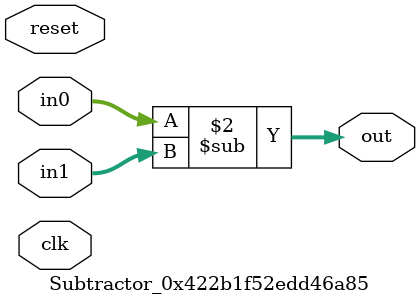
<source format=v>
`default_nettype none
module GcdUnit
(
  input  wire [   0:0] clk,
  input  wire [  31:0] req_msg,
  output wire [   0:0] req_rdy,
  input  wire [   0:0] req_val,
  input  wire [   0:0] reset,
  output wire [  15:0] resp_msg,
  input  wire [   0:0] resp_rdy,
  output wire [   0:0] resp_val
);

  // ctrl temporaries
  wire   [   0:0] ctrl$is_b_zero;
  wire   [   0:0] ctrl$resp_rdy;
  wire   [   0:0] ctrl$clk;
  wire   [   0:0] ctrl$is_a_lt_b;
  wire   [   0:0] ctrl$req_val;
  wire   [   0:0] ctrl$reset;
  wire   [   1:0] ctrl$a_mux_sel;
  wire   [   0:0] ctrl$resp_val;
  wire   [   0:0] ctrl$b_mux_sel;
  wire   [   0:0] ctrl$b_reg_en;
  wire   [   0:0] ctrl$a_reg_en;
  wire   [   0:0] ctrl$req_rdy;

  GcdUnitCtrlRTL_0x29124399ca008c5e ctrl
  (
    .is_b_zero ( ctrl$is_b_zero ),
    .resp_rdy  ( ctrl$resp_rdy ),
    .clk       ( ctrl$clk ),
    .is_a_lt_b ( ctrl$is_a_lt_b ),
    .req_val   ( ctrl$req_val ),
    .reset     ( ctrl$reset ),
    .a_mux_sel ( ctrl$a_mux_sel ),
    .resp_val  ( ctrl$resp_val ),
    .b_mux_sel ( ctrl$b_mux_sel ),
    .b_reg_en  ( ctrl$b_reg_en ),
    .a_reg_en  ( ctrl$a_reg_en ),
    .req_rdy   ( ctrl$req_rdy )
  );

  // dpath temporaries
  wire   [   1:0] dpath$a_mux_sel;
  wire   [   0:0] dpath$clk;
  wire   [  15:0] dpath$req_msg_b;
  wire   [  15:0] dpath$req_msg_a;
  wire   [   0:0] dpath$b_mux_sel;
  wire   [   0:0] dpath$reset;
  wire   [   0:0] dpath$b_reg_en;
  wire   [   0:0] dpath$a_reg_en;
  wire   [   0:0] dpath$is_b_zero;
  wire   [  15:0] dpath$resp_msg;
  wire   [   0:0] dpath$is_a_lt_b;

  GcdUnitDpathRTL_0x29124399ca008c5e dpath
  (
    .a_mux_sel ( dpath$a_mux_sel ),
    .clk       ( dpath$clk ),
    .req_msg_b ( dpath$req_msg_b ),
    .req_msg_a ( dpath$req_msg_a ),
    .b_mux_sel ( dpath$b_mux_sel ),
    .reset     ( dpath$reset ),
    .b_reg_en  ( dpath$b_reg_en ),
    .a_reg_en  ( dpath$a_reg_en ),
    .is_b_zero ( dpath$is_b_zero ),
    .resp_msg  ( dpath$resp_msg ),
    .is_a_lt_b ( dpath$is_a_lt_b )
  );

  // signal connections
  assign ctrl$clk        = clk;
  assign ctrl$is_a_lt_b  = dpath$is_a_lt_b;
  assign ctrl$is_b_zero  = dpath$is_b_zero;
  assign ctrl$req_val    = req_val;
  assign ctrl$reset      = reset;
  assign ctrl$resp_rdy   = resp_rdy;
  assign dpath$a_mux_sel = ctrl$a_mux_sel;
  assign dpath$a_reg_en  = ctrl$a_reg_en;
  assign dpath$b_mux_sel = ctrl$b_mux_sel;
  assign dpath$b_reg_en  = ctrl$b_reg_en;
  assign dpath$clk       = clk;
  assign dpath$req_msg_a = req_msg[31:16];
  assign dpath$req_msg_b = req_msg[15:0];
  assign dpath$reset     = reset;
  assign req_rdy         = ctrl$req_rdy;
  assign resp_msg        = dpath$resp_msg;
  assign resp_val        = ctrl$resp_val;



endmodule // GcdUnit
`default_nettype wire

//-----------------------------------------------------------------------------
// GcdUnitCtrlRTL_0x29124399ca008c5e
//-----------------------------------------------------------------------------
// dump-vcd: False
// verilator-xinit: zeros
`default_nettype none
module GcdUnitCtrlRTL_0x29124399ca008c5e
(
  output reg  [   1:0] a_mux_sel,
  output reg  [   0:0] a_reg_en,
  output reg  [   0:0] b_mux_sel,
  output reg  [   0:0] b_reg_en,
  input  wire [   0:0] clk,
  input  wire [   0:0] is_a_lt_b,
  input  wire [   0:0] is_b_zero,
  output reg  [   0:0] req_rdy,
  input  wire [   0:0] req_val,
  input  wire [   0:0] reset,
  input  wire [   0:0] resp_rdy,
  output reg  [   0:0] resp_val
);

  // register declarations
  reg    [   1:0] curr_state__0;
  reg    [   1:0] current_state__1;
  reg    [   0:0] do_sub;
  reg    [   0:0] do_swap;
  reg    [   1:0] next_state__0;
  reg    [   1:0] state$in_;

  // localparam declarations
  localparam A_MUX_SEL_B = 2;
  localparam A_MUX_SEL_IN = 0;
  localparam A_MUX_SEL_SUB = 1;
  localparam A_MUX_SEL_X = 0;
  localparam B_MUX_SEL_A = 0;
  localparam B_MUX_SEL_IN = 1;
  localparam B_MUX_SEL_X = 0;
  localparam STATE_CALC = 1;
  localparam STATE_DONE = 2;
  localparam STATE_IDLE = 0;

  // state temporaries
  wire   [   0:0] state$reset;
  wire   [   0:0] state$clk;
  wire   [   1:0] state$out;

  RegRst_0x9f365fdf6c8998a state
  (
    .reset ( state$reset ),
    .in_   ( state$in_ ),
    .clk   ( state$clk ),
    .out   ( state$out )
  );

  // signal connections
  assign state$clk   = clk;
  assign state$reset = reset;


  // PYMTL SOURCE:
  //
  // @s.combinational
  // def state_transitions():
  //
  //       curr_state = s.state.out
  //       next_state = s.state.out
  //
  //       # Transitions out of IDLE state
  //
  //       if ( curr_state == s.STATE_IDLE ):
  //         if ( s.req_val and s.req_rdy ):
  //           next_state = s.STATE_CALC
  //
  //       # Transitions out of CALC state
  //
  //       if ( curr_state == s.STATE_CALC ):
  //         if ( not s.is_a_lt_b and s.is_b_zero ):
  //           next_state = s.STATE_DONE
  //
  //       # Transitions out of DONE state
  //
  //       if ( curr_state == s.STATE_DONE ):
  //         if ( s.resp_val and s.resp_rdy ):
  //           next_state = s.STATE_IDLE
  //
  //       s.state.in_.value = next_state

  // logic for state_transitions()
  always @ (*) begin
    curr_state__0 = state$out;
    next_state__0 = state$out;
    if ((curr_state__0 == STATE_IDLE)) begin
      if ((req_val&&req_rdy)) begin
        next_state__0 = STATE_CALC;
      end
      else begin
      end
    end
    else begin
    end
    if ((curr_state__0 == STATE_CALC)) begin
      if ((!is_a_lt_b&&is_b_zero)) begin
        next_state__0 = STATE_DONE;
      end
      else begin
      end
    end
    else begin
    end
    if ((curr_state__0 == STATE_DONE)) begin
      if ((resp_val&&resp_rdy)) begin
        next_state__0 = STATE_IDLE;
      end
      else begin
      end
    end
    else begin
    end
    state$in_ = next_state__0;
  end

  // PYMTL SOURCE:
  //
  // @s.combinational
  // def state_outputs():
  //
  //       current_state = s.state.out
  //
  //       # Avoid latches
  //
  //       s.do_swap.value   = 0
  //       s.do_sub .value   = 0
  //
  //       s.req_rdy.value   = 0
  //       s.resp_val.value  = 0
  //       s.a_mux_sel.value = 0
  //       s.a_reg_en.value  = 0
  //       s.b_mux_sel.value = 0
  //       s.b_reg_en.value  = 0
  //
  //       # In IDLE state we simply wait for inputs to arrive and latch them
  //
  //       if current_state == s.STATE_IDLE:
  //         s.req_rdy.value   = 1
  //         s.resp_val.value  = 0
  //         s.a_mux_sel.value = A_MUX_SEL_IN
  //         s.a_reg_en.value  = 1
  //         s.b_mux_sel.value = B_MUX_SEL_IN
  //         s.b_reg_en.value  = 1
  //
  //       # In CALC state we iteratively swap/sub to calculate GCD
  //
  //       elif current_state == s.STATE_CALC:
  //
  //         s.do_swap.value = s.is_a_lt_b
  //         s.do_sub.value  = ~s.is_b_zero
  //
  //         s.req_rdy.value   = 0
  //         s.resp_val.value  = 0
  //         s.a_mux_sel.value = A_MUX_SEL_B if s.do_swap else A_MUX_SEL_SUB
  //         s.a_reg_en.value  = 1
  //         s.b_mux_sel.value = B_MUX_SEL_A
  //         s.b_reg_en.value  = s.do_swap
  //
  //       # In DONE state we simply wait for output transaction to occur
  //
  //       elif current_state == s.STATE_DONE:
  //         s.req_rdy.value   = 0
  //         s.resp_val.value  = 1
  //         s.a_mux_sel.value = A_MUX_SEL_X
  //         s.a_reg_en.value  = 0
  //         s.b_mux_sel.value = B_MUX_SEL_X
  //         s.b_reg_en.value  = 0

  // logic for state_outputs()
  always @ (*) begin
    current_state__1 = state$out;
    do_swap = 0;
    do_sub = 0;
    req_rdy = 0;
    resp_val = 0;
    a_mux_sel = 0;
    a_reg_en = 0;
    b_mux_sel = 0;
    b_reg_en = 0;
    if ((current_state__1 == STATE_IDLE)) begin
      req_rdy = 1;
      resp_val = 0;
      a_mux_sel = A_MUX_SEL_IN;
      a_reg_en = 1;
      b_mux_sel = B_MUX_SEL_IN;
      b_reg_en = 1;
    end
    else begin
      if ((current_state__1 == STATE_CALC)) begin
        do_swap = is_a_lt_b;
        do_sub = ~is_b_zero;
        req_rdy = 0;
        resp_val = 0;
        a_mux_sel = do_swap ? A_MUX_SEL_B : A_MUX_SEL_SUB;
        a_reg_en = 1;
        b_mux_sel = B_MUX_SEL_A;
        b_reg_en = do_swap;
      end
      else begin
        if ((current_state__1 == STATE_DONE)) begin
          req_rdy = 0;
          resp_val = 1;
          a_mux_sel = A_MUX_SEL_X;
          a_reg_en = 0;
          b_mux_sel = B_MUX_SEL_X;
          b_reg_en = 0;
        end
        else begin
        end
      end
    end
  end


endmodule // GcdUnitCtrlRTL_0x29124399ca008c5e
`default_nettype wire

//-----------------------------------------------------------------------------
// RegRst_0x9f365fdf6c8998a
//-----------------------------------------------------------------------------
// dtype: 2
// reset_value: 0
// dump-vcd: False
// verilator-xinit: zeros
`default_nettype none
module RegRst_0x9f365fdf6c8998a
(
  input  wire [   0:0] clk,
  input  wire [   1:0] in_,
  output reg  [   1:0] out,
  input  wire [   0:0] reset
);

  // localparam declarations
  localparam reset_value = 0;



  // PYMTL SOURCE:
  //
  // @s.posedge_clk
  // def seq_logic():
  //       if s.reset:
  //         s.out.next = reset_value
  //       else:
  //         s.out.next = s.in_

  // logic for seq_logic()
  always @ (posedge clk) begin
    if (reset) begin
      out <= reset_value;
    end
    else begin
      out <= in_;
    end
  end


endmodule // RegRst_0x9f365fdf6c8998a
`default_nettype wire

//-----------------------------------------------------------------------------
// GcdUnitDpathRTL_0x29124399ca008c5e
//-----------------------------------------------------------------------------
// dump-vcd: False
// verilator-xinit: zeros
`default_nettype none
module GcdUnitDpathRTL_0x29124399ca008c5e
(
  input  wire [   1:0] a_mux_sel,
  input  wire [   0:0] a_reg_en,
  input  wire [   0:0] b_mux_sel,
  input  wire [   0:0] b_reg_en,
  input  wire [   0:0] clk,
  output wire [   0:0] is_a_lt_b,
  output wire [   0:0] is_b_zero,
  input  wire [  15:0] req_msg_a,
  input  wire [  15:0] req_msg_b,
  input  wire [   0:0] reset,
  output wire [  15:0] resp_msg
);

  // wire declarations
  wire   [  15:0] sub_out;
  wire   [  15:0] b_reg_out;


  // a_reg temporaries
  wire   [   0:0] a_reg$reset;
  wire   [  15:0] a_reg$in_;
  wire   [   0:0] a_reg$clk;
  wire   [   0:0] a_reg$en;
  wire   [  15:0] a_reg$out;

  RegEn_0x68db79c4ec1d6e5b a_reg
  (
    .reset ( a_reg$reset ),
    .in_   ( a_reg$in_ ),
    .clk   ( a_reg$clk ),
    .en    ( a_reg$en ),
    .out   ( a_reg$out )
  );

  // a_lt_b temporaries
  wire   [   0:0] a_lt_b$reset;
  wire   [   0:0] a_lt_b$clk;
  wire   [  15:0] a_lt_b$in0;
  wire   [  15:0] a_lt_b$in1;
  wire   [   0:0] a_lt_b$out;

  LtComparator_0x422b1f52edd46a85 a_lt_b
  (
    .reset ( a_lt_b$reset ),
    .clk   ( a_lt_b$clk ),
    .in0   ( a_lt_b$in0 ),
    .in1   ( a_lt_b$in1 ),
    .out   ( a_lt_b$out )
  );

  // b_zero temporaries
  wire   [   0:0] b_zero$reset;
  wire   [  15:0] b_zero$in_;
  wire   [   0:0] b_zero$clk;
  wire   [   0:0] b_zero$out;

  ZeroComparator_0x422b1f52edd46a85 b_zero
  (
    .reset ( b_zero$reset ),
    .in_   ( b_zero$in_ ),
    .clk   ( b_zero$clk ),
    .out   ( b_zero$out )
  );

  // a_mux temporaries
  wire   [   0:0] a_mux$reset;
  wire   [  15:0] a_mux$in_$000;
  wire   [  15:0] a_mux$in_$001;
  wire   [  15:0] a_mux$in_$002;
  wire   [   0:0] a_mux$clk;
  wire   [   1:0] a_mux$sel;
  wire   [  15:0] a_mux$out;

  Mux_0x683fa1a418b072c9 a_mux
  (
    .reset   ( a_mux$reset ),
    .in_$000 ( a_mux$in_$000 ),
    .in_$001 ( a_mux$in_$001 ),
    .in_$002 ( a_mux$in_$002 ),
    .clk     ( a_mux$clk ),
    .sel     ( a_mux$sel ),
    .out     ( a_mux$out )
  );

  // b_mux temporaries
  wire   [   0:0] b_mux$reset;
  wire   [  15:0] b_mux$in_$000;
  wire   [  15:0] b_mux$in_$001;
  wire   [   0:0] b_mux$clk;
  wire   [   0:0] b_mux$sel;
  wire   [  15:0] b_mux$out;

  Mux_0xdd6473406d1a99a b_mux
  (
    .reset   ( b_mux$reset ),
    .in_$000 ( b_mux$in_$000 ),
    .in_$001 ( b_mux$in_$001 ),
    .clk     ( b_mux$clk ),
    .sel     ( b_mux$sel ),
    .out     ( b_mux$out )
  );

  // sub temporaries
  wire   [   0:0] sub$reset;
  wire   [   0:0] sub$clk;
  wire   [  15:0] sub$in0;
  wire   [  15:0] sub$in1;
  wire   [  15:0] sub$out;

  Subtractor_0x422b1f52edd46a85 sub
  (
    .reset ( sub$reset ),
    .clk   ( sub$clk ),
    .in0   ( sub$in0 ),
    .in1   ( sub$in1 ),
    .out   ( sub$out )
  );

  // b_reg temporaries
  wire   [   0:0] b_reg$reset;
  wire   [  15:0] b_reg$in_;
  wire   [   0:0] b_reg$clk;
  wire   [   0:0] b_reg$en;
  wire   [  15:0] b_reg$out;

  RegEn_0x68db79c4ec1d6e5b b_reg
  (
    .reset ( b_reg$reset ),
    .in_   ( b_reg$in_ ),
    .clk   ( b_reg$clk ),
    .en    ( b_reg$en ),
    .out   ( b_reg$out )
  );

  // signal connections
  assign a_lt_b$clk    = clk;
  assign a_lt_b$in0    = a_reg$out;
  assign a_lt_b$in1    = b_reg$out;
  assign a_lt_b$reset  = reset;
  assign a_mux$clk     = clk;
  assign a_mux$in_$000 = req_msg_a;
  assign a_mux$in_$001 = sub_out;
  assign a_mux$in_$002 = b_reg_out;
  assign a_mux$reset   = reset;
  assign a_mux$sel     = a_mux_sel;
  assign a_reg$clk     = clk;
  assign a_reg$en      = a_reg_en;
  assign a_reg$in_     = a_mux$out;
  assign a_reg$reset   = reset;
  assign b_mux$clk     = clk;
  assign b_mux$in_$000 = a_reg$out;
  assign b_mux$in_$001 = req_msg_b;
  assign b_mux$reset   = reset;
  assign b_mux$sel     = b_mux_sel;
  assign b_reg$clk     = clk;
  assign b_reg$en      = b_reg_en;
  assign b_reg$in_     = b_mux$out;
  assign b_reg$reset   = reset;
  assign b_reg_out     = b_reg$out;
  assign b_zero$clk    = clk;
  assign b_zero$in_    = b_reg$out;
  assign b_zero$reset  = reset;
  assign is_a_lt_b     = a_lt_b$out;
  assign is_b_zero     = b_zero$out;
  assign resp_msg      = sub$out;
  assign sub$clk       = clk;
  assign sub$in0       = a_reg$out;
  assign sub$in1       = b_reg$out;
  assign sub$reset     = reset;
  assign sub_out       = sub$out;



endmodule // GcdUnitDpathRTL_0x29124399ca008c5e
`default_nettype wire

//-----------------------------------------------------------------------------
// RegEn_0x68db79c4ec1d6e5b
//-----------------------------------------------------------------------------
// dtype: 16
// dump-vcd: False
// verilator-xinit: zeros
`default_nettype none
module RegEn_0x68db79c4ec1d6e5b
(
  input  wire [   0:0] clk,
  input  wire [   0:0] en,
  input  wire [  15:0] in_,
  output reg  [  15:0] out,
  input  wire [   0:0] reset
);



  // PYMTL SOURCE:
  //
  // @s.posedge_clk
  // def seq_logic():
  //       if s.en:
  //         s.out.next = s.in_

  // logic for seq_logic()
  always @ (posedge clk) begin
    if (en) begin
      out <= in_;
    end
    else begin
    end
  end


endmodule // RegEn_0x68db79c4ec1d6e5b
`default_nettype wire

//-----------------------------------------------------------------------------
// LtComparator_0x422b1f52edd46a85
//-----------------------------------------------------------------------------
// nbits: 16
// dump-vcd: False
// verilator-xinit: zeros
`default_nettype none
module LtComparator_0x422b1f52edd46a85
(
  input  wire [   0:0] clk,
  input  wire [  15:0] in0,
  input  wire [  15:0] in1,
  output reg  [   0:0] out,
  input  wire [   0:0] reset
);



  // PYMTL SOURCE:
  //
  // @s.combinational
  // def comb_logic():
  //       s.out.value = s.in0 < s.in1

  // logic for comb_logic()
  always @ (*) begin
    out = (in0 < in1);
  end


endmodule // LtComparator_0x422b1f52edd46a85
`default_nettype wire

//-----------------------------------------------------------------------------
// ZeroComparator_0x422b1f52edd46a85
//-----------------------------------------------------------------------------
// nbits: 16
// dump-vcd: False
// verilator-xinit: zeros
`default_nettype none
module ZeroComparator_0x422b1f52edd46a85
(
  input  wire [   0:0] clk,
  input  wire [  15:0] in_,
  output reg  [   0:0] out,
  input  wire [   0:0] reset
);



  // PYMTL SOURCE:
  //
  // @s.combinational
  // def comb_logic():
  //       s.out.value = s.in_ == 0

  // logic for comb_logic()
  always @ (*) begin
    out = (in_ == 0);
  end


endmodule // ZeroComparator_0x422b1f52edd46a85
`default_nettype wire

//-----------------------------------------------------------------------------
// Mux_0x683fa1a418b072c9
//-----------------------------------------------------------------------------
// dtype: 16
// nports: 3
// dump-vcd: False
// verilator-xinit: zeros
`default_nettype none
module Mux_0x683fa1a418b072c9
(
  input  wire [   0:0] clk,
  input  wire [  15:0] in_$000,
  input  wire [  15:0] in_$001,
  input  wire [  15:0] in_$002,
  output reg  [  15:0] out,
  input  wire [   0:0] reset,
  input  wire [   1:0] sel
);

  // localparam declarations
  localparam nports = 3;


  // array declarations
  wire   [  15:0] in_[0:2];
  assign in_[  0] = in_$000;
  assign in_[  1] = in_$001;
  assign in_[  2] = in_$002;

  // PYMTL SOURCE:
  //
  // @s.combinational
  // def comb_logic():
  //       assert s.sel < nports
  //       s.out.v = s.in_[ s.sel ]

  // logic for comb_logic()
  always @ (*) begin
    out = in_[sel];
  end


endmodule // Mux_0x683fa1a418b072c9
`default_nettype wire

//-----------------------------------------------------------------------------
// Mux_0xdd6473406d1a99a
//-----------------------------------------------------------------------------
// dtype: 16
// nports: 2
// dump-vcd: False
// verilator-xinit: zeros
`default_nettype none
module Mux_0xdd6473406d1a99a
(
  input  wire [   0:0] clk,
  input  wire [  15:0] in_$000,
  input  wire [  15:0] in_$001,
  output reg  [  15:0] out,
  input  wire [   0:0] reset,
  input  wire [   0:0] sel
);

  // localparam declarations
  localparam nports = 2;


  // array declarations
  wire   [  15:0] in_[0:1];
  assign in_[  0] = in_$000;
  assign in_[  1] = in_$001;

  // PYMTL SOURCE:
  //
  // @s.combinational
  // def comb_logic():
  //       assert s.sel < nports
  //       s.out.v = s.in_[ s.sel ]

  // logic for comb_logic()
  always @ (*) begin
    out = in_[sel];
  end


endmodule // Mux_0xdd6473406d1a99a
`default_nettype wire

//-----------------------------------------------------------------------------
// Subtractor_0x422b1f52edd46a85
//-----------------------------------------------------------------------------
// nbits: 16
// dump-vcd: False
// verilator-xinit: zeros
`default_nettype none
module Subtractor_0x422b1f52edd46a85
(
  input  wire [   0:0] clk,
  input  wire [  15:0] in0,
  input  wire [  15:0] in1,
  output reg  [  15:0] out,
  input  wire [   0:0] reset
);



  // PYMTL SOURCE:
  //
  // @s.combinational
  // def comb_logic():
  //       s.out.value = s.in0 - s.in1

  // logic for comb_logic()
  always @ (*) begin
    out = (in0-in1);
  end


endmodule // Subtractor_0x422b1f52edd46a85
`default_nettype wire
</source>
